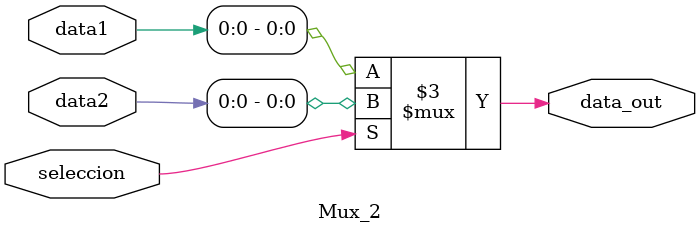
<source format=sv>
module  Mux_2 #(parameter N=4) (input logic [N-1:0] data1,data2,input logic seleccion,output logic data_out);
always_comb
begin
case(seleccion)
'b1: data_out<=data2;
default:data_out<=data1;
endcase
end
endmodule

</source>
